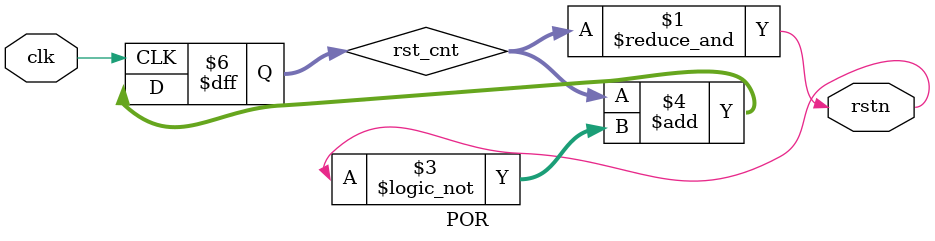
<source format=sv>
module POR #(
    parameter POR_CLK = 8
) (
    input  logic clk,
    output logic rstn
);
  logic [POR_CLK-1:0] rst_cnt = 0;
  assign rstn = &rst_cnt;
  always @(posedge clk) rst_cnt <= rst_cnt + !rstn;
endmodule

</source>
